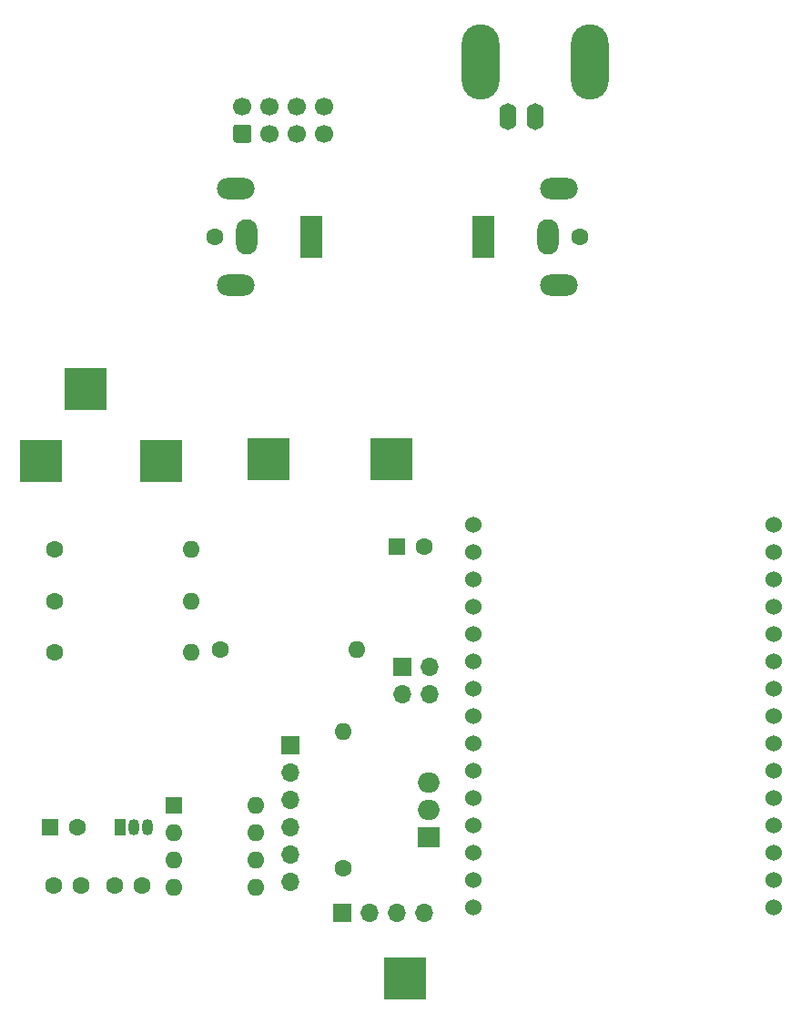
<source format=gbr>
%TF.GenerationSoftware,KiCad,Pcbnew,(5.1.12)-1*%
%TF.CreationDate,2022-04-29T07:44:41-07:00*%
%TF.ProjectId,Conductivity_Sensor_V1,436f6e64-7563-4746-9976-6974795f5365,rev?*%
%TF.SameCoordinates,Original*%
%TF.FileFunction,Soldermask,Top*%
%TF.FilePolarity,Negative*%
%FSLAX46Y46*%
G04 Gerber Fmt 4.6, Leading zero omitted, Abs format (unit mm)*
G04 Created by KiCad (PCBNEW (5.1.12)-1) date 2022-04-29 07:44:41*
%MOMM*%
%LPD*%
G01*
G04 APERTURE LIST*
%ADD10O,1.700000X1.700000*%
%ADD11R,1.700000X1.700000*%
%ADD12R,4.000000X4.000000*%
%ADD13O,2.000000X1.905000*%
%ADD14R,2.000000X1.905000*%
%ADD15O,1.600000X1.600000*%
%ADD16R,1.600000X1.600000*%
%ADD17C,1.524000*%
%ADD18C,1.600000*%
%ADD19R,1.050000X1.500000*%
%ADD20O,1.050000X1.500000*%
%ADD21C,1.700000*%
%ADD22O,3.500000X2.000000*%
%ADD23O,2.000000X3.300000*%
%ADD24R,2.000000X4.000000*%
%ADD25O,1.600000X2.500000*%
%ADD26O,3.500000X7.000000*%
G04 APERTURE END LIST*
D10*
%TO.C,J11*%
X-6570000Y-207270000D03*
X-9110000Y-207270000D03*
X-6570000Y-204730000D03*
D11*
X-9110000Y-204730000D03*
%TD*%
D12*
%TO.C,J5*%
X-31570000Y-185600000D03*
%TD*%
%TO.C,J14*%
X-8890000Y-233680000D03*
%TD*%
%TO.C,J13*%
X-10160000Y-185420000D03*
%TD*%
D13*
%TO.C,Voltage_regulator1*%
X-6640000Y-215510000D03*
X-6640000Y-218050000D03*
D14*
X-6640000Y-220590000D03*
%TD*%
D15*
%TO.C,U3*%
X-22780000Y-217600000D03*
X-30400000Y-225220000D03*
X-22780000Y-220140000D03*
X-30400000Y-222680000D03*
X-22780000Y-222680000D03*
X-30400000Y-220140000D03*
X-22780000Y-225220000D03*
D16*
X-30400000Y-217600000D03*
%TD*%
D17*
%TO.C,U2*%
X25450800Y-191567000D03*
X25450800Y-194107000D03*
X25450800Y-196647000D03*
X25450800Y-199187000D03*
X25450800Y-201727000D03*
X25450800Y-204267000D03*
X25450800Y-206807000D03*
X25450800Y-209347000D03*
X25450800Y-211887000D03*
X25450800Y-214427000D03*
X25450800Y-216967000D03*
X25450800Y-219507000D03*
X25450800Y-222047000D03*
X25450800Y-224587000D03*
X25450800Y-227127000D03*
X-2489200Y-227127000D03*
X-2489200Y-224587000D03*
X-2489200Y-222047000D03*
X-2489200Y-219507000D03*
X-2489200Y-216967000D03*
X-2489200Y-214427000D03*
X-2489200Y-211887000D03*
X-2489200Y-209347000D03*
X-2489200Y-206807000D03*
X-2489200Y-204267000D03*
X-2489200Y-201727000D03*
X-2489200Y-199187000D03*
X-2489200Y-196647000D03*
X-2489200Y-194107000D03*
X-2489200Y-191567000D03*
%TD*%
D15*
%TO.C,R7*%
X-28745000Y-193875000D03*
D18*
X-41445000Y-193875000D03*
%TD*%
D15*
%TO.C,R6*%
X-28745000Y-198625000D03*
D18*
X-41445000Y-198625000D03*
%TD*%
D15*
%TO.C,R5*%
X-28745000Y-203375000D03*
D18*
X-41445000Y-203375000D03*
%TD*%
D15*
%TO.C,R2*%
X-13375000Y-203115000D03*
D18*
X-26075000Y-203115000D03*
%TD*%
D15*
%TO.C,R1*%
X-14640000Y-210810000D03*
D18*
X-14640000Y-223510000D03*
%TD*%
D19*
%TO.C,Q1*%
X-35375000Y-219635000D03*
D20*
X-32835000Y-219635000D03*
X-34105000Y-219635000D03*
%TD*%
D21*
%TO.C,J12*%
X-16380000Y-152660000D03*
X-18920000Y-152660000D03*
X-21460000Y-152660000D03*
X-24000000Y-152660000D03*
X-16380000Y-155200000D03*
X-18920000Y-155200000D03*
X-21460000Y-155200000D03*
G36*
G01*
X-23400000Y-156050000D02*
X-24600000Y-156050000D01*
G75*
G02*
X-24850000Y-155800000I0J250000D01*
G01*
X-24850000Y-154600000D01*
G75*
G02*
X-24600000Y-154350000I250000J0D01*
G01*
X-23400000Y-154350000D01*
G75*
G02*
X-23150000Y-154600000I0J-250000D01*
G01*
X-23150000Y-155800000D01*
G75*
G02*
X-23400000Y-156050000I-250000J0D01*
G01*
G37*
%TD*%
D10*
%TO.C,J10*%
X-19530000Y-224710000D03*
X-19530000Y-222170000D03*
X-19530000Y-219630000D03*
X-19530000Y-217090000D03*
X-19530000Y-214550000D03*
D11*
X-19530000Y-212010000D03*
%TD*%
D18*
%TO.C,J9*%
X7400000Y-164800000D03*
D22*
X5400000Y-160300000D03*
X5400000Y-169300000D03*
D23*
X4400000Y-164800000D03*
D24*
X-1600000Y-164800000D03*
%TD*%
D25*
%TO.C,J8*%
X660000Y-153600000D03*
X3200000Y-153600000D03*
D26*
X8280000Y-148520000D03*
X-1880000Y-148520000D03*
%TD*%
D18*
%TO.C,J7*%
X-26600000Y-164800000D03*
D22*
X-24600000Y-169300000D03*
X-24600000Y-160300000D03*
D23*
X-23600000Y-164800000D03*
D24*
X-17600000Y-164800000D03*
%TD*%
D10*
%TO.C,J6*%
X-7130000Y-227590000D03*
X-9670000Y-227590000D03*
X-12210000Y-227590000D03*
D11*
X-14750000Y-227590000D03*
%TD*%
D12*
%TO.C,J4*%
X-21590000Y-185420000D03*
%TD*%
%TO.C,J3*%
X-42770000Y-185600000D03*
%TD*%
%TO.C,J2*%
X-38570000Y-178900000D03*
%TD*%
D18*
%TO.C,C4*%
X-39025000Y-225045000D03*
X-41525000Y-225045000D03*
%TD*%
%TO.C,C3*%
X-33375000Y-225045000D03*
X-35875000Y-225045000D03*
%TD*%
%TO.C,C2*%
X-39375200Y-219655000D03*
D16*
X-41875200Y-219655000D03*
%TD*%
D18*
%TO.C,C1*%
X-7100000Y-193600000D03*
D16*
X-9600000Y-193600000D03*
%TD*%
M02*

</source>
